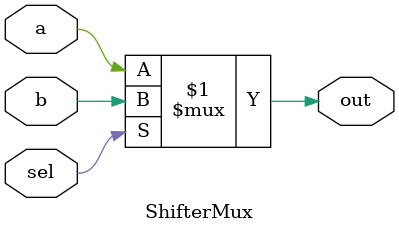
<source format=v>
`timescale 1ns/1ns

module ShifterMux( out, a, b, sel );

	output out ;
	input a, b, sel ;

	assign out = ( sel ) ? b : a ;

endmodule
</source>
